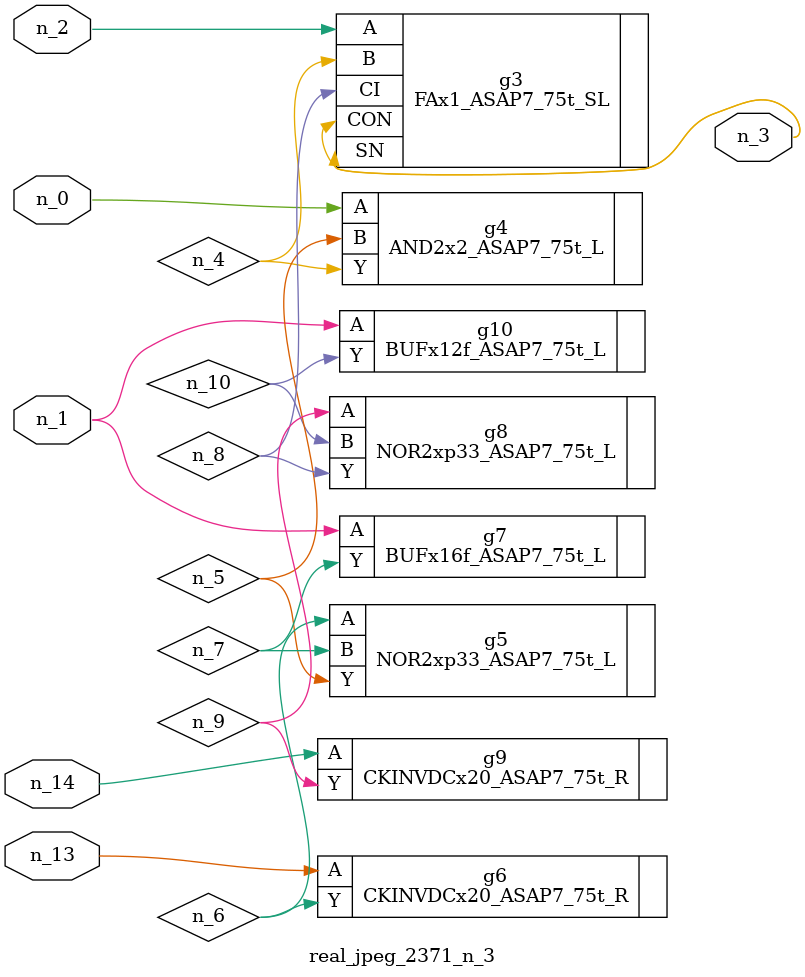
<source format=v>
module real_jpeg_2371_n_3 (n_0, n_1, n_14, n_2, n_13, n_3);

input n_0;
input n_1;
input n_14;
input n_2;
input n_13;

output n_3;

wire n_5;
wire n_4;
wire n_8;
wire n_6;
wire n_7;
wire n_10;
wire n_9;

AND2x2_ASAP7_75t_L g4 ( 
.A(n_0),
.B(n_5),
.Y(n_4)
);

BUFx16f_ASAP7_75t_L g7 ( 
.A(n_1),
.Y(n_7)
);

BUFx12f_ASAP7_75t_L g10 ( 
.A(n_1),
.Y(n_10)
);

FAx1_ASAP7_75t_SL g3 ( 
.A(n_2),
.B(n_4),
.CI(n_8),
.CON(n_3),
.SN(n_3)
);

NOR2xp33_ASAP7_75t_L g5 ( 
.A(n_6),
.B(n_7),
.Y(n_5)
);

NOR2xp33_ASAP7_75t_L g8 ( 
.A(n_9),
.B(n_10),
.Y(n_8)
);

CKINVDCx20_ASAP7_75t_R g6 ( 
.A(n_13),
.Y(n_6)
);

CKINVDCx20_ASAP7_75t_R g9 ( 
.A(n_14),
.Y(n_9)
);


endmodule
</source>
